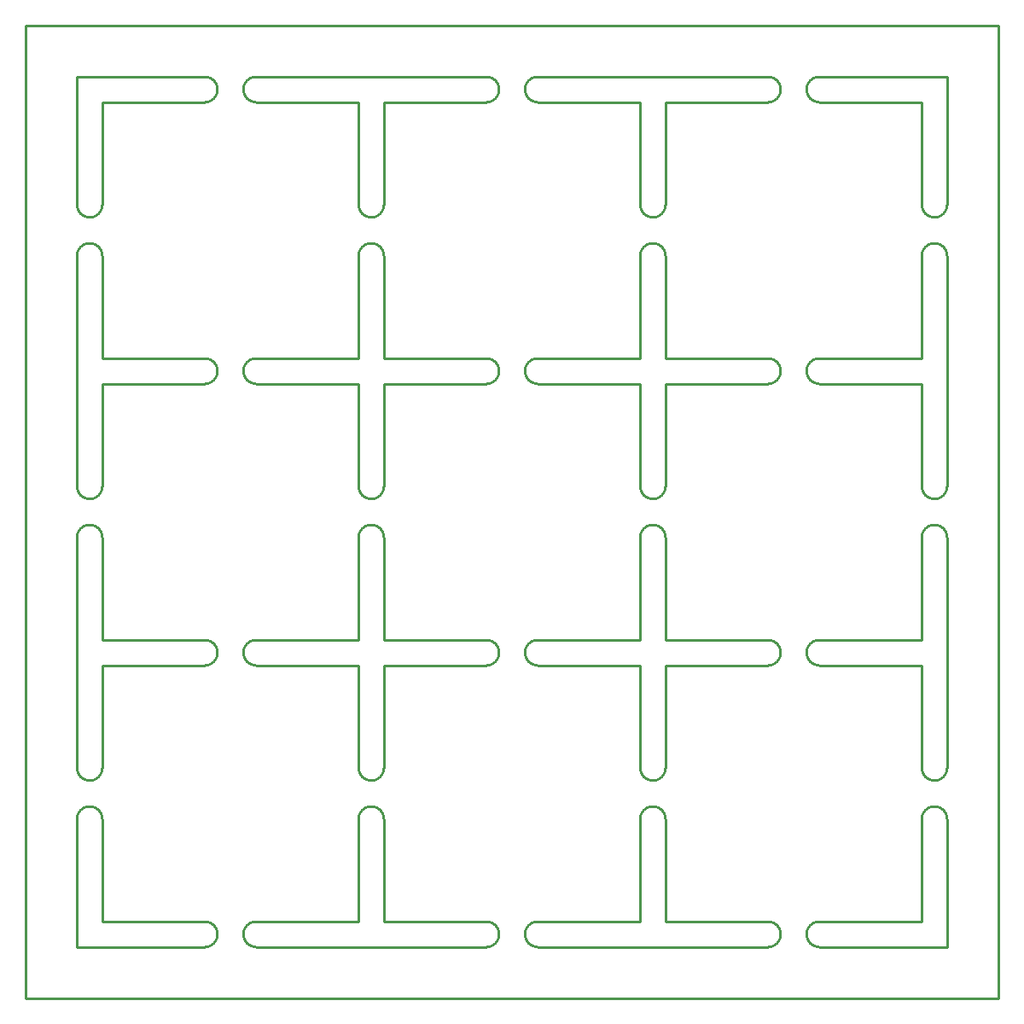
<source format=gbr>
G04 start of page 4 for group 2 idx 2 *
G04 Title: (unknown), outline *
G04 Creator: pcb 4.0.2 *
G04 CreationDate: Sun May 15 03:11:05 2022 UTC *
G04 For: railfan *
G04 Format: Gerber/RS-274X *
G04 PCB-Dimensions (mil): 4000.00 4000.00 *
G04 PCB-Coordinate-Origin: lower left *
%MOIN*%
%FSLAX25Y25*%
%LNOUTLINE*%
%ADD28C,0.0100*%
G54D28*X140000Y360000D02*Y320000D01*
X150000Y360000D02*Y320000D01*
X40000Y360000D02*Y320000D01*
X30000D02*Y370000D01*
X10000Y390000D02*X390000D01*
X150000Y360000D02*X190000D01*
X210000D02*X250000D01*
X210000Y370000D02*X300000D01*
X100000D02*X190000D01*
X40000Y360000D02*X80000D01*
X100000D02*X140000D01*
X30000Y370000D02*X80000D01*
X250000Y360000D02*Y320000D01*
Y300000D02*Y260000D01*
X260000Y360000D02*Y320000D01*
Y300000D02*Y260000D01*
X360000Y360000D02*Y320000D01*
X370000Y370000D02*Y320000D01*
X360000Y300000D02*Y260000D01*
X210000Y250000D02*X250000D01*
Y260000D02*X210000D01*
X260000Y250000D02*X300000D01*
Y260000D02*X260000D01*
X320000Y250000D02*X360000D01*
X320000Y260000D02*X360000D01*
X40000Y300000D02*Y260000D01*
Y250000D02*Y210000D01*
X30000D02*Y300000D01*
X40000Y250000D02*X80000D01*
X40000Y260000D02*X80000D01*
X140000Y300000D02*Y260000D01*
X150000Y300000D02*Y260000D01*
X100000Y250000D02*X140000D01*
Y260000D02*X100000D01*
X150000Y250000D02*X190000D01*
Y260000D02*X150000D01*
X260000Y360000D02*X300000D01*
X320000D02*X360000D01*
X320000Y370000D02*X370000D01*
X250000Y250000D02*Y210000D01*
X360000Y250000D02*Y210000D01*
X370000Y300000D02*Y210000D01*
X390000Y390000D02*Y10000D01*
X250000Y190000D02*Y150000D01*
X360000Y190000D02*Y150000D01*
X260000D02*X300000D01*
X320000D02*X360000D01*
X370000Y190000D02*Y100000D01*
X260000Y250000D02*Y210000D01*
Y190000D02*Y150000D01*
Y40000D02*Y80000D01*
Y100000D02*Y140000D01*
X250000Y40000D02*Y80000D01*
X360000Y40000D02*Y80000D01*
X370000Y30000D02*Y80000D01*
X260000Y40000D02*X300000D01*
X320000D02*X360000D01*
X320000Y30000D02*X370000D01*
X250000Y100000D02*Y140000D01*
X360000Y100000D02*Y140000D01*
X320000D02*X360000D01*
X300000D02*X260000D01*
X140000Y250000D02*Y210000D01*
Y190000D02*Y150000D01*
X150000Y250000D02*Y210000D01*
X100000Y150000D02*X140000D01*
X40000Y190000D02*Y150000D01*
Y40000D02*Y80000D01*
Y100000D02*Y140000D01*
X30000Y80000D02*Y30000D01*
X40000Y40000D02*X80000D01*
X30000Y30000D02*X80000D01*
X40000Y150000D02*X80000D01*
X40000Y140000D02*X80000D01*
X140000D02*X100000D01*
X30000Y190000D02*Y100000D01*
X10000Y390000D02*Y10000D01*
X140000Y40000D02*Y80000D01*
Y100000D02*Y140000D01*
X150000Y40000D02*Y80000D01*
Y100000D02*Y140000D01*
X100000Y40000D02*X140000D01*
X150000D02*X190000D01*
X210000D02*X250000D01*
X210000Y30000D02*X300000D01*
X100000D02*X190000D01*
X150000Y190000D02*Y150000D01*
X190000D01*
X210000D02*X250000D01*
Y140000D02*X210000D01*
X190000D02*X150000D01*
X10000Y10000D02*X390000D01*
X145000Y305000D02*G75*G03X140000Y300000I0J-5000D01*G01*
X145000Y305000D02*G75*G02X150000Y300000I0J-5000D01*G01*
X145000Y315000D02*G75*G02X140000Y320000I0J5000D01*G01*
X145000Y315000D02*G75*G03X150000Y320000I0J5000D01*G01*
X195000Y255000D02*G75*G03X190000Y260000I-5000J0D01*G01*
X35000Y305000D02*G75*G02X40000Y300000I0J-5000D01*G01*
X35000Y305000D02*G75*G03X30000Y300000I0J-5000D01*G01*
X35000Y315000D02*G75*G03X40000Y320000I0J5000D01*G01*
X35000Y315000D02*G75*G02X30000Y320000I0J5000D01*G01*
X95000Y365000D02*G75*G03X100000Y360000I5000J0D01*G01*
X205000Y365000D02*G75*G03X210000Y360000I5000J0D01*G01*
X205000Y365000D02*G75*G02X210000Y370000I5000J0D01*G01*
X195000Y365000D02*G75*G02X190000Y360000I-5000J0D01*G01*
X195000Y365000D02*G75*G03X190000Y370000I-5000J0D01*G01*
X95000Y365000D02*G75*G02X100000Y370000I5000J0D01*G01*
X95000Y255000D02*G75*G03X100000Y250000I5000J0D01*G01*
X95000Y255000D02*G75*G02X100000Y260000I5000J0D01*G01*
X85000Y365000D02*G75*G02X80000Y360000I-5000J0D01*G01*
X85000Y255000D02*G75*G02X80000Y250000I-5000J0D01*G01*
X85000Y255000D02*G75*G03X80000Y260000I-5000J0D01*G01*
X85000Y365000D02*G75*G03X80000Y370000I-5000J0D01*G01*
X255000Y305000D02*G75*G03X250000Y300000I0J-5000D01*G01*
X255000Y305000D02*G75*G02X260000Y300000I0J-5000D01*G01*
X255000Y315000D02*G75*G02X250000Y320000I0J5000D01*G01*
X255000Y315000D02*G75*G03X260000Y320000I0J5000D01*G01*
X365000Y305000D02*G75*G03X360000Y300000I0J-5000D01*G01*
X365000Y305000D02*G75*G02X370000Y300000I0J-5000D01*G01*
X365000Y315000D02*G75*G02X360000Y320000I0J5000D01*G01*
X365000Y315000D02*G75*G03X370000Y320000I0J5000D01*G01*
X315000Y365000D02*G75*G03X320000Y360000I5000J0D01*G01*
X315000Y365000D02*G75*G02X320000Y370000I5000J0D01*G01*
X305000Y365000D02*G75*G02X300000Y360000I-5000J0D01*G01*
X305000Y365000D02*G75*G03X300000Y370000I-5000J0D01*G01*
X145000Y195000D02*G75*G03X140000Y190000I0J-5000D01*G01*
X145000Y195000D02*G75*G02X150000Y190000I0J-5000D01*G01*
X145000Y205000D02*G75*G02X140000Y210000I0J5000D01*G01*
X145000Y205000D02*G75*G03X150000Y210000I0J5000D01*G01*
X255000Y195000D02*G75*G03X250000Y190000I0J-5000D01*G01*
X35000Y195000D02*G75*G02X40000Y190000I0J-5000D01*G01*
X35000Y195000D02*G75*G03X30000Y190000I0J-5000D01*G01*
X255000Y195000D02*G75*G02X260000Y190000I0J-5000D01*G01*
X255000Y205000D02*G75*G02X250000Y210000I0J5000D01*G01*
X35000Y205000D02*G75*G03X40000Y210000I0J5000D01*G01*
X35000Y205000D02*G75*G02X30000Y210000I0J5000D01*G01*
X255000Y205000D02*G75*G03X260000Y210000I0J5000D01*G01*
X365000Y195000D02*G75*G03X360000Y190000I0J-5000D01*G01*
X365000Y195000D02*G75*G02X370000Y190000I0J-5000D01*G01*
X365000Y205000D02*G75*G02X360000Y210000I0J5000D01*G01*
X365000Y205000D02*G75*G03X370000Y210000I0J5000D01*G01*
X205000Y255000D02*G75*G03X210000Y250000I5000J0D01*G01*
X205000Y255000D02*G75*G02X210000Y260000I5000J0D01*G01*
X195000Y255000D02*G75*G02X190000Y250000I-5000J0D01*G01*
X315000Y255000D02*G75*G03X320000Y250000I5000J0D01*G01*
X315000Y255000D02*G75*G02X320000Y260000I5000J0D01*G01*
X305000Y255000D02*G75*G02X300000Y250000I-5000J0D01*G01*
X305000Y255000D02*G75*G03X300000Y260000I-5000J0D01*G01*
X145000Y95000D02*G75*G02X140000Y100000I0J5000D01*G01*
X145000Y95000D02*G75*G03X150000Y100000I0J5000D01*G01*
X35000Y95000D02*G75*G03X40000Y100000I0J5000D01*G01*
X35000Y95000D02*G75*G02X30000Y100000I0J5000D01*G01*
X145000Y85000D02*G75*G03X140000Y80000I0J-5000D01*G01*
X35000Y85000D02*G75*G02X40000Y80000I0J-5000D01*G01*
X35000Y85000D02*G75*G03X30000Y80000I0J-5000D01*G01*
X95000Y35000D02*G75*G02X100000Y40000I5000J0D01*G01*
X95000Y35000D02*G75*G03X100000Y30000I5000J0D01*G01*
X85000Y35000D02*G75*G03X80000Y40000I-5000J0D01*G01*
X85000Y35000D02*G75*G02X80000Y30000I-5000J0D01*G01*
X95000Y145000D02*G75*G02X100000Y150000I5000J0D01*G01*
X205000Y145000D02*G75*G02X210000Y150000I5000J0D01*G01*
X205000Y145000D02*G75*G03X210000Y140000I5000J0D01*G01*
X195000Y145000D02*G75*G03X190000Y150000I-5000J0D01*G01*
X195000Y145000D02*G75*G02X190000Y140000I-5000J0D01*G01*
X95000Y145000D02*G75*G03X100000Y140000I5000J0D01*G01*
X85000Y145000D02*G75*G03X80000Y150000I-5000J0D01*G01*
X85000Y145000D02*G75*G02X80000Y140000I-5000J0D01*G01*
X255000Y95000D02*G75*G02X250000Y100000I0J5000D01*G01*
X255000Y95000D02*G75*G03X260000Y100000I0J5000D01*G01*
X365000Y95000D02*G75*G02X360000Y100000I0J5000D01*G01*
X365000Y95000D02*G75*G03X370000Y100000I0J5000D01*G01*
X255000Y85000D02*G75*G03X250000Y80000I0J-5000D01*G01*
X255000Y85000D02*G75*G02X260000Y80000I0J-5000D01*G01*
X365000Y85000D02*G75*G03X360000Y80000I0J-5000D01*G01*
X365000Y85000D02*G75*G02X370000Y80000I0J-5000D01*G01*
X145000Y85000D02*G75*G02X150000Y80000I0J-5000D01*G01*
X205000Y35000D02*G75*G02X210000Y40000I5000J0D01*G01*
X205000Y35000D02*G75*G03X210000Y30000I5000J0D01*G01*
X195000Y35000D02*G75*G03X190000Y40000I-5000J0D01*G01*
X195000Y35000D02*G75*G02X190000Y30000I-5000J0D01*G01*
X315000Y35000D02*G75*G02X320000Y40000I5000J0D01*G01*
X305000Y35000D02*G75*G03X300000Y40000I-5000J0D01*G01*
X305000Y35000D02*G75*G02X300000Y30000I-5000J0D01*G01*
X315000Y35000D02*G75*G03X320000Y30000I5000J0D01*G01*
X315000Y145000D02*G75*G02X320000Y150000I5000J0D01*G01*
X315000Y145000D02*G75*G03X320000Y140000I5000J0D01*G01*
X305000Y145000D02*G75*G03X300000Y150000I-5000J0D01*G01*
X305000Y145000D02*G75*G02X300000Y140000I-5000J0D01*G01*
M02*

</source>
